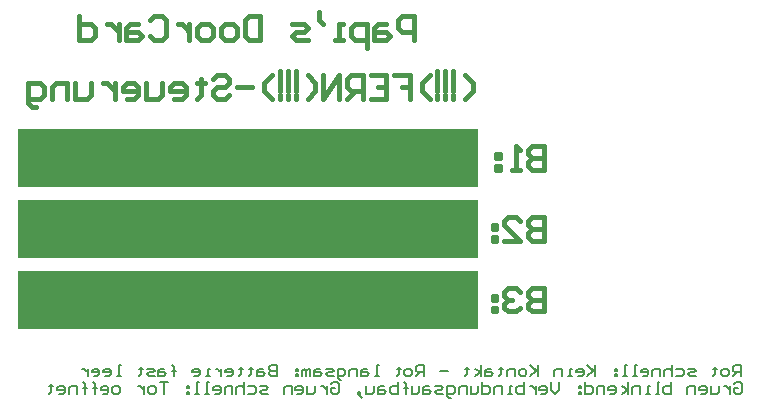
<source format=gbo>
G04*
G04 #@! TF.GenerationSoftware,Altium Limited,Altium Designer,19.0.15 (446)*
G04*
G04 Layer_Color=32896*
%FSLAX25Y25*%
%MOIN*%
G70*
G01*
G75*
%ADD15C,0.00787*%
%ADD55C,0.01575*%
%ADD66R,1.53543X0.19685*%
D15*
X250526Y15091D02*
X251182Y15747D01*
X252494D01*
X253150Y15091D01*
Y12467D01*
X252494Y11811D01*
X251182D01*
X250526Y12467D01*
Y13779D01*
X251838D01*
X249214Y14435D02*
Y11811D01*
Y13123D01*
X248558Y13779D01*
X247902Y14435D01*
X247246D01*
X245278D02*
Y12467D01*
X244622Y11811D01*
X242654D01*
Y14435D01*
X239374Y11811D02*
X240686D01*
X241342Y12467D01*
Y13779D01*
X240686Y14435D01*
X239374D01*
X238719Y13779D01*
Y13123D01*
X241342D01*
X237407Y11811D02*
Y14435D01*
X235439D01*
X234783Y13779D01*
Y11811D01*
X229535Y15747D02*
Y11811D01*
X227567D01*
X226911Y12467D01*
Y13123D01*
Y13779D01*
X227567Y14435D01*
X229535D01*
X225599Y11811D02*
X224288D01*
X224943D01*
Y15747D01*
X225599D01*
X222320Y11811D02*
X221008D01*
X221664D01*
Y14435D01*
X222320D01*
X219040Y11811D02*
Y14435D01*
X217072D01*
X216416Y13779D01*
Y11811D01*
X215104D02*
Y15747D01*
Y13123D02*
X213136Y14435D01*
X215104Y13123D02*
X213136Y11811D01*
X209201D02*
X210512D01*
X211168Y12467D01*
Y13779D01*
X210512Y14435D01*
X209201D01*
X208545Y13779D01*
Y13123D01*
X211168D01*
X207233Y11811D02*
Y14435D01*
X205265D01*
X204609Y13779D01*
Y11811D01*
X200673Y15747D02*
Y11811D01*
X202641D01*
X203297Y12467D01*
Y13779D01*
X202641Y14435D01*
X200673D01*
X199361D02*
X198705D01*
Y13779D01*
X199361D01*
Y14435D01*
Y12467D02*
X198705D01*
Y11811D01*
X199361D01*
Y12467D01*
X192146Y15747D02*
Y13123D01*
X190834Y11811D01*
X189522Y13123D01*
Y15747D01*
X186242Y11811D02*
X187554D01*
X188210Y12467D01*
Y13779D01*
X187554Y14435D01*
X186242D01*
X185586Y13779D01*
Y13123D01*
X188210D01*
X184274Y14435D02*
Y11811D01*
Y13123D01*
X183618Y13779D01*
X182962Y14435D01*
X182306D01*
X180338Y15747D02*
Y11811D01*
X178371D01*
X177715Y12467D01*
Y13123D01*
Y13779D01*
X178371Y14435D01*
X180338D01*
X176403Y11811D02*
X175091D01*
X175747D01*
Y14435D01*
X176403D01*
X173123Y11811D02*
Y14435D01*
X171155D01*
X170499Y13779D01*
Y11811D01*
X166563Y15747D02*
Y11811D01*
X168531D01*
X169187Y12467D01*
Y13779D01*
X168531Y14435D01*
X166563D01*
X165251D02*
Y12467D01*
X164595Y11811D01*
X162628D01*
Y14435D01*
X161316Y11811D02*
Y14435D01*
X159348D01*
X158692Y13779D01*
Y11811D01*
X156068Y10499D02*
X155412D01*
X154756Y11155D01*
Y14435D01*
X156724D01*
X157380Y13779D01*
Y12467D01*
X156724Y11811D01*
X154756D01*
X153444D02*
X151476D01*
X150820Y12467D01*
X151476Y13123D01*
X152788D01*
X153444Y13779D01*
X152788Y14435D01*
X150820D01*
X148853D02*
X147541D01*
X146885Y13779D01*
Y11811D01*
X148853D01*
X149509Y12467D01*
X148853Y13123D01*
X146885D01*
X145573Y14435D02*
Y12467D01*
X144917Y11811D01*
X142949D01*
Y14435D01*
X140981Y11811D02*
Y15091D01*
Y13779D01*
X141637D01*
X140325D01*
X140981D01*
Y15091D01*
X140325Y15747D01*
X138357D02*
Y11811D01*
X136389D01*
X135733Y12467D01*
Y13123D01*
Y13779D01*
X136389Y14435D01*
X138357D01*
X133765D02*
X132454D01*
X131798Y13779D01*
Y11811D01*
X133765D01*
X134422Y12467D01*
X133765Y13123D01*
X131798D01*
X130486Y14435D02*
Y12467D01*
X129830Y11811D01*
X127862D01*
Y14435D01*
X125894Y11155D02*
X125238Y11811D01*
Y12467D01*
X125894D01*
Y11811D01*
X125238D01*
X125894Y11155D01*
X126550Y10499D01*
X116055Y15091D02*
X116711Y15747D01*
X118023D01*
X118678Y15091D01*
Y12467D01*
X118023Y11811D01*
X116711D01*
X116055Y12467D01*
Y13779D01*
X117367D01*
X114743Y14435D02*
Y11811D01*
Y13123D01*
X114087Y13779D01*
X113431Y14435D01*
X112775D01*
X110807D02*
Y12467D01*
X110151Y11811D01*
X108183D01*
Y14435D01*
X104903Y11811D02*
X106215D01*
X106871Y12467D01*
Y13779D01*
X106215Y14435D01*
X104903D01*
X104247Y13779D01*
Y13123D01*
X106871D01*
X102936Y11811D02*
Y14435D01*
X100968D01*
X100312Y13779D01*
Y11811D01*
X95064D02*
X93096D01*
X92440Y12467D01*
X93096Y13123D01*
X94408D01*
X95064Y13779D01*
X94408Y14435D01*
X92440D01*
X88504D02*
X90472D01*
X91128Y13779D01*
Y12467D01*
X90472Y11811D01*
X88504D01*
X87193Y15747D02*
Y11811D01*
Y13779D01*
X86537Y14435D01*
X85225D01*
X84569Y13779D01*
Y11811D01*
X83257D02*
Y14435D01*
X81289D01*
X80633Y13779D01*
Y11811D01*
X77353D02*
X78665D01*
X79321Y12467D01*
Y13779D01*
X78665Y14435D01*
X77353D01*
X76697Y13779D01*
Y13123D01*
X79321D01*
X75385Y11811D02*
X74073D01*
X74729D01*
Y15747D01*
X75385D01*
X72106Y11811D02*
X70794D01*
X71450D01*
Y15747D01*
X72106D01*
X68826Y14435D02*
X68170D01*
Y13779D01*
X68826D01*
Y14435D01*
Y12467D02*
X68170D01*
Y11811D01*
X68826D01*
Y12467D01*
X61610Y15747D02*
X58987D01*
X60298D01*
Y11811D01*
X57019D02*
X55707D01*
X55051Y12467D01*
Y13779D01*
X55707Y14435D01*
X57019D01*
X57674Y13779D01*
Y12467D01*
X57019Y11811D01*
X53739Y14435D02*
Y11811D01*
Y13123D01*
X53083Y13779D01*
X52427Y14435D01*
X51771D01*
X45211Y11811D02*
X43900D01*
X43244Y12467D01*
Y13779D01*
X43900Y14435D01*
X45211D01*
X45867Y13779D01*
Y12467D01*
X45211Y11811D01*
X39964D02*
X41276D01*
X41932Y12467D01*
Y13779D01*
X41276Y14435D01*
X39964D01*
X39308Y13779D01*
Y13123D01*
X41932D01*
X37340Y11811D02*
Y15091D01*
Y13779D01*
X37996D01*
X36684D01*
X37340D01*
Y15091D01*
X36684Y15747D01*
X34060Y11811D02*
Y15091D01*
Y13779D01*
X34716D01*
X33404D01*
X34060D01*
Y15091D01*
X33404Y15747D01*
X31436Y11811D02*
Y14435D01*
X29468D01*
X28813Y13779D01*
Y11811D01*
X25533D02*
X26845D01*
X27501Y12467D01*
Y13779D01*
X26845Y14435D01*
X25533D01*
X24877Y13779D01*
Y13123D01*
X27501D01*
X22909Y15091D02*
Y14435D01*
X23565D01*
X22253D01*
X22909D01*
Y12467D01*
X22253Y11811D01*
X252756Y17717D02*
Y21652D01*
X250788D01*
X250132Y20996D01*
Y19684D01*
X250788Y19028D01*
X252756D01*
X251444D02*
X250132Y17717D01*
X248164D02*
X246852D01*
X246196Y18372D01*
Y19684D01*
X246852Y20340D01*
X248164D01*
X248820Y19684D01*
Y18372D01*
X248164Y17717D01*
X244229Y20996D02*
Y20340D01*
X244884D01*
X243572D01*
X244229D01*
Y18372D01*
X243572Y17717D01*
X237669D02*
X235701D01*
X235045Y18372D01*
X235701Y19028D01*
X237013D01*
X237669Y19684D01*
X237013Y20340D01*
X235045D01*
X231109D02*
X233077D01*
X233733Y19684D01*
Y18372D01*
X233077Y17717D01*
X231109D01*
X229797Y21652D02*
Y17717D01*
Y19684D01*
X229141Y20340D01*
X227830D01*
X227174Y19684D01*
Y17717D01*
X225862D02*
Y20340D01*
X223894D01*
X223238Y19684D01*
Y17717D01*
X219958D02*
X221270D01*
X221926Y18372D01*
Y19684D01*
X221270Y20340D01*
X219958D01*
X219302Y19684D01*
Y19028D01*
X221926D01*
X217990Y17717D02*
X216678D01*
X217334D01*
Y21652D01*
X217990D01*
X214710Y17717D02*
X213399D01*
X214054D01*
Y21652D01*
X214710D01*
X211431Y20340D02*
X210775D01*
Y19684D01*
X211431D01*
Y20340D01*
Y18372D02*
X210775D01*
Y17717D01*
X211431D01*
Y18372D01*
X204215Y21652D02*
Y17717D01*
Y19028D01*
X201591Y21652D01*
X203559Y19684D01*
X201591Y17717D01*
X198311D02*
X199623D01*
X200279Y18372D01*
Y19684D01*
X199623Y20340D01*
X198311D01*
X197656Y19684D01*
Y19028D01*
X200279D01*
X196344Y17717D02*
X195032D01*
X195688D01*
Y20340D01*
X196344D01*
X193064Y17717D02*
Y20340D01*
X191096D01*
X190440Y19684D01*
Y17717D01*
X185192Y21652D02*
Y17717D01*
Y19028D01*
X182569Y21652D01*
X184536Y19684D01*
X182569Y17717D01*
X180601D02*
X179289D01*
X178633Y18372D01*
Y19684D01*
X179289Y20340D01*
X180601D01*
X181257Y19684D01*
Y18372D01*
X180601Y17717D01*
X177321D02*
Y20340D01*
X175353D01*
X174697Y19684D01*
Y17717D01*
X172729Y20996D02*
Y20340D01*
X173385D01*
X172073D01*
X172729D01*
Y18372D01*
X172073Y17717D01*
X169449Y20340D02*
X168138D01*
X167482Y19684D01*
Y17717D01*
X169449D01*
X170105Y18372D01*
X169449Y19028D01*
X167482D01*
X166170Y17717D02*
Y21652D01*
Y19028D02*
X164202Y20340D01*
X166170Y19028D02*
X164202Y17717D01*
X161578Y20996D02*
Y20340D01*
X162234D01*
X160922D01*
X161578D01*
Y18372D01*
X160922Y17717D01*
X155018Y19684D02*
X152395D01*
X147147Y17717D02*
Y21652D01*
X145179D01*
X144523Y20996D01*
Y19684D01*
X145179Y19028D01*
X147147D01*
X145835D02*
X144523Y17717D01*
X142555D02*
X141243D01*
X140587Y18372D01*
Y19684D01*
X141243Y20340D01*
X142555D01*
X143211Y19684D01*
Y18372D01*
X142555Y17717D01*
X138619Y20996D02*
Y20340D01*
X139275D01*
X137963D01*
X138619D01*
Y18372D01*
X137963Y17717D01*
X132060D02*
X130748D01*
X131404D01*
Y21652D01*
X132060D01*
X128124Y20340D02*
X126812D01*
X126156Y19684D01*
Y17717D01*
X128124D01*
X128780Y18372D01*
X128124Y19028D01*
X126156D01*
X124844Y17717D02*
Y20340D01*
X122877D01*
X122221Y19684D01*
Y17717D01*
X119597Y16405D02*
X118941D01*
X118285Y17061D01*
Y20340D01*
X120253D01*
X120909Y19684D01*
Y18372D01*
X120253Y17717D01*
X118285D01*
X116973D02*
X115005D01*
X114349Y18372D01*
X115005Y19028D01*
X116317D01*
X116973Y19684D01*
X116317Y20340D01*
X114349D01*
X112381D02*
X111069D01*
X110413Y19684D01*
Y17717D01*
X112381D01*
X113037Y18372D01*
X112381Y19028D01*
X110413D01*
X109101Y17717D02*
Y20340D01*
X108446D01*
X107790Y19684D01*
Y17717D01*
Y19684D01*
X107134Y20340D01*
X106478Y19684D01*
Y17717D01*
X105166Y20340D02*
X104510D01*
Y19684D01*
X105166D01*
Y20340D01*
Y18372D02*
X104510D01*
Y17717D01*
X105166D01*
Y18372D01*
X97950Y21652D02*
Y17717D01*
X95982D01*
X95326Y18372D01*
Y19028D01*
X95982Y19684D01*
X97950D01*
X95982D01*
X95326Y20340D01*
Y20996D01*
X95982Y21652D01*
X97950D01*
X93358Y20340D02*
X92047D01*
X91391Y19684D01*
Y17717D01*
X93358D01*
X94014Y18372D01*
X93358Y19028D01*
X91391D01*
X89423Y20996D02*
Y20340D01*
X90079D01*
X88767D01*
X89423D01*
Y18372D01*
X88767Y17717D01*
X86143Y20996D02*
Y20340D01*
X86799D01*
X85487D01*
X86143D01*
Y18372D01*
X85487Y17717D01*
X81551D02*
X82863D01*
X83519Y18372D01*
Y19684D01*
X82863Y20340D01*
X81551D01*
X80895Y19684D01*
Y19028D01*
X83519D01*
X79583Y20340D02*
Y17717D01*
Y19028D01*
X78927Y19684D01*
X78272Y20340D01*
X77615D01*
X75648Y17717D02*
X74336D01*
X74992D01*
Y20340D01*
X75648D01*
X70400Y17717D02*
X71712D01*
X72368Y18372D01*
Y19684D01*
X71712Y20340D01*
X70400D01*
X69744Y19684D01*
Y19028D01*
X72368D01*
X63840Y17717D02*
Y20996D01*
Y19684D01*
X64496D01*
X63184D01*
X63840D01*
Y20996D01*
X63184Y21652D01*
X60561Y20340D02*
X59249D01*
X58593Y19684D01*
Y17717D01*
X60561D01*
X61217Y18372D01*
X60561Y19028D01*
X58593D01*
X57281Y17717D02*
X55313D01*
X54657Y18372D01*
X55313Y19028D01*
X56625D01*
X57281Y19684D01*
X56625Y20340D01*
X54657D01*
X52689Y20996D02*
Y20340D01*
X53345D01*
X52033D01*
X52689D01*
Y18372D01*
X52033Y17717D01*
X46130D02*
X44818D01*
X45474D01*
Y21652D01*
X46130D01*
X40882Y17717D02*
X42194D01*
X42850Y18372D01*
Y19684D01*
X42194Y20340D01*
X40882D01*
X40226Y19684D01*
Y19028D01*
X42850D01*
X36946Y17717D02*
X38258D01*
X38914Y18372D01*
Y19684D01*
X38258Y20340D01*
X36946D01*
X36290Y19684D01*
Y19028D01*
X38914D01*
X34978Y20340D02*
Y17717D01*
Y19028D01*
X34322Y19684D01*
X33666Y20340D01*
X33011D01*
D55*
X187008Y47242D02*
Y39370D01*
X183072D01*
X181760Y40682D01*
Y41994D01*
X183072Y43306D01*
X187008D01*
X183072D01*
X181760Y44618D01*
Y45930D01*
X183072Y47242D01*
X187008D01*
X179136Y45930D02*
X177824Y47242D01*
X175201D01*
X173889Y45930D01*
Y44618D01*
X175201Y43306D01*
X176513D01*
X175201D01*
X173889Y41994D01*
Y40682D01*
X175201Y39370D01*
X177824D01*
X179136Y40682D01*
X171265Y44618D02*
X169953D01*
Y43306D01*
X171265D01*
Y44618D01*
Y40682D02*
X169953D01*
Y39370D01*
X171265D01*
Y40682D01*
X187008Y70864D02*
Y62992D01*
X183072D01*
X181760Y64304D01*
Y65616D01*
X183072Y66928D01*
X187008D01*
X183072D01*
X181760Y68240D01*
Y69552D01*
X183072Y70864D01*
X187008D01*
X173889Y62992D02*
X179136D01*
X173889Y68240D01*
Y69552D01*
X175201Y70864D01*
X177824D01*
X179136Y69552D01*
X171265Y68240D02*
X169953D01*
Y66928D01*
X171265D01*
Y68240D01*
Y64304D02*
X169953D01*
Y62992D01*
X171265D01*
Y64304D01*
X187008Y94486D02*
Y86614D01*
X183072D01*
X181760Y87926D01*
Y89238D01*
X183072Y90550D01*
X187008D01*
X183072D01*
X181760Y91862D01*
Y93174D01*
X183072Y94486D01*
X187008D01*
X179136Y86614D02*
X176513D01*
X177824D01*
Y94486D01*
X179136Y93174D01*
X172577Y91862D02*
X171265D01*
Y90550D01*
X172577D01*
Y91862D01*
Y87926D02*
X171265D01*
Y86614D01*
X172577D01*
Y87926D01*
X160762Y110236D02*
X163386Y112860D01*
Y115484D01*
X160762Y118108D01*
X156826Y112860D02*
Y119420D01*
Y111548D02*
Y110236D01*
X154202Y112860D02*
Y119420D01*
Y111548D02*
Y110236D01*
X151579Y112860D02*
Y119420D01*
Y111548D02*
Y110236D01*
X148955D02*
X146331Y112860D01*
Y115484D01*
X148955Y118108D01*
X137148D02*
X142395D01*
Y114172D01*
X139771D01*
X142395D01*
Y110236D01*
X129276Y118108D02*
X134524D01*
Y110236D01*
X129276D01*
X134524Y114172D02*
X131900D01*
X126652Y110236D02*
Y118108D01*
X122717D01*
X121405Y116796D01*
Y114172D01*
X122717Y112860D01*
X126652D01*
X124029D02*
X121405Y110236D01*
X118781D02*
Y118108D01*
X113533Y110236D01*
Y118108D01*
X108285Y110236D02*
X110909Y112860D01*
Y115484D01*
X108285Y118108D01*
X104350Y112860D02*
Y119420D01*
Y111548D02*
Y110236D01*
X101726Y112860D02*
Y119420D01*
Y111548D02*
Y110236D01*
X99102Y112860D02*
Y119420D01*
Y111548D02*
Y110236D01*
X96478D02*
X93854Y112860D01*
Y115484D01*
X96478Y118108D01*
X89919Y114172D02*
X84671D01*
X76800Y116796D02*
X78111Y118108D01*
X80735D01*
X82047Y116796D01*
Y115484D01*
X80735Y114172D01*
X78111D01*
X76800Y112860D01*
Y111548D01*
X78111Y110236D01*
X80735D01*
X82047Y111548D01*
X72864Y116796D02*
Y115484D01*
X74176D01*
X71552D01*
X72864D01*
Y111548D01*
X71552Y110236D01*
X63680D02*
X66304D01*
X67616Y111548D01*
Y114172D01*
X66304Y115484D01*
X63680D01*
X62369Y114172D01*
Y112860D01*
X67616D01*
X59745Y115484D02*
Y111548D01*
X58433Y110236D01*
X54497D01*
Y115484D01*
X47938Y110236D02*
X50561D01*
X51873Y111548D01*
Y114172D01*
X50561Y115484D01*
X47938D01*
X46626Y114172D01*
Y112860D01*
X51873D01*
X44002Y115484D02*
Y110236D01*
Y112860D01*
X42690Y114172D01*
X41378Y115484D01*
X40066D01*
X36130D02*
Y111548D01*
X34818Y110236D01*
X30883D01*
Y115484D01*
X28259Y110236D02*
Y115484D01*
X24323D01*
X23011Y114172D01*
Y110236D01*
X17763Y107612D02*
X16452D01*
X15140Y108924D01*
Y115484D01*
X19075D01*
X20387Y114172D01*
Y111548D01*
X19075Y110236D01*
X15140D01*
X143701Y129921D02*
Y137793D01*
X139765D01*
X138453Y136481D01*
Y133857D01*
X139765Y132545D01*
X143701D01*
X134517Y135169D02*
X131894D01*
X130582Y133857D01*
Y129921D01*
X134517D01*
X135829Y131233D01*
X134517Y132545D01*
X130582D01*
X127958Y127297D02*
Y135169D01*
X124022D01*
X122710Y133857D01*
Y131233D01*
X124022Y129921D01*
X127958D01*
X120086D02*
X117463D01*
X118774D01*
Y135169D01*
X120086D01*
X112215Y139105D02*
Y136481D01*
X113527Y135169D01*
X108279Y129921D02*
X104343D01*
X103032Y131233D01*
X104343Y132545D01*
X106967D01*
X108279Y133857D01*
X106967Y135169D01*
X103032D01*
X92536Y137793D02*
Y129921D01*
X88600D01*
X87288Y131233D01*
Y136481D01*
X88600Y137793D01*
X92536D01*
X83353Y129921D02*
X80729D01*
X79417Y131233D01*
Y133857D01*
X80729Y135169D01*
X83353D01*
X84665Y133857D01*
Y131233D01*
X83353Y129921D01*
X75481D02*
X72857D01*
X71546Y131233D01*
Y133857D01*
X72857Y135169D01*
X75481D01*
X76793Y133857D01*
Y131233D01*
X75481Y129921D01*
X68922Y135169D02*
Y129921D01*
Y132545D01*
X67610Y133857D01*
X66298Y135169D01*
X64986D01*
X55803Y136481D02*
X57114Y137793D01*
X59738D01*
X61050Y136481D01*
Y131233D01*
X59738Y129921D01*
X57114D01*
X55803Y131233D01*
X51867Y135169D02*
X49243D01*
X47931Y133857D01*
Y129921D01*
X51867D01*
X53179Y131233D01*
X51867Y132545D01*
X47931D01*
X45307Y135169D02*
Y129921D01*
Y132545D01*
X43995Y133857D01*
X42684Y135169D01*
X41372D01*
X32188Y137793D02*
Y129921D01*
X36124D01*
X37436Y131233D01*
Y133857D01*
X36124Y135169D01*
X32188D01*
D66*
X88583Y43307D02*
D03*
Y66929D02*
D03*
Y90551D02*
D03*
M02*

</source>
